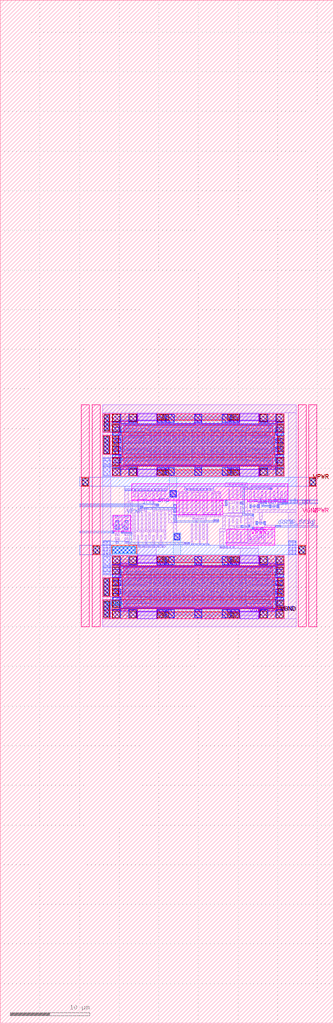
<source format=lef>
VERSION 5.7 ;
  NOWIREEXTENSIONATPIN ON ;
  DIVIDERCHAR "/" ;
  BUSBITCHARS "[]" ;
MACRO adc_comp_latch
  CLASS BLOCK ;
  FOREIGN adc_comp_latch ;
  ORIGIN 0.000 0.000 ;
  SIZE 42.000 BY 129.000 ;
  PIN VPWR
    DIRECTION INOUT ;
    USE POWER ;
    PORT
      LAYER nwell ;
        RECT 28.380 68.020 36.290 68.040 ;
        RECT 16.590 66.000 36.290 68.020 ;
        RECT 16.590 65.910 28.050 66.000 ;
        RECT 19.220 65.900 20.430 65.910 ;
        RECT 22.260 64.160 28.050 65.910 ;
        RECT 31.240 65.760 36.290 66.000 ;
        RECT 14.230 62.070 16.440 64.060 ;
        RECT 32.040 62.300 34.610 62.560 ;
        RECT 28.560 60.280 34.610 62.300 ;
      LAYER li1 ;
        RECT 28.390 67.650 31.130 68.140 ;
        RECT 31.680 67.690 35.910 67.860 ;
        RECT 15.700 67.190 21.060 67.430 ;
        RECT 23.280 67.240 26.900 67.480 ;
        RECT 15.700 64.060 16.130 67.190 ;
        RECT 16.840 67.100 20.850 67.190 ;
        RECT 16.840 66.390 17.010 67.100 ;
        RECT 17.800 66.390 17.970 67.100 ;
        RECT 18.760 66.390 18.930 67.100 ;
        RECT 19.720 66.390 19.890 67.100 ;
        RECT 20.680 66.390 20.850 67.100 ;
        RECT 24.960 67.070 25.410 67.240 ;
        RECT 24.110 66.900 26.200 67.070 ;
        RECT 24.110 64.640 24.280 66.900 ;
        RECT 25.070 64.640 25.240 66.900 ;
        RECT 26.030 64.640 26.200 66.900 ;
        RECT 29.280 66.290 29.450 67.650 ;
        RECT 30.240 66.290 30.410 67.650 ;
        RECT 14.100 63.860 16.130 64.060 ;
        RECT 14.100 62.940 14.280 63.860 ;
        RECT 14.540 63.700 14.960 63.860 ;
        RECT 15.230 62.940 15.450 63.860 ;
        RECT 15.710 63.700 16.130 63.860 ;
        RECT 14.100 62.750 14.980 62.940 ;
        RECT 15.230 62.750 16.150 62.940 ;
        RECT 29.280 60.650 29.450 62.010 ;
        RECT 30.240 60.650 30.410 62.010 ;
        RECT 30.850 60.650 31.130 67.650 ;
        RECT 32.440 66.250 32.610 67.690 ;
        RECT 34.920 66.250 35.090 67.690 ;
        RECT 28.400 60.630 31.130 60.650 ;
        RECT 33.240 60.630 33.410 62.070 ;
        RECT 28.400 60.460 34.230 60.630 ;
      LAYER mcon ;
        RECT 28.860 67.860 29.040 68.040 ;
        RECT 29.240 67.860 29.420 68.040 ;
        RECT 29.620 67.860 29.800 68.040 ;
        RECT 30.000 67.860 30.180 68.040 ;
        RECT 30.380 67.860 30.560 68.040 ;
        RECT 30.760 67.860 30.940 68.040 ;
        RECT 15.760 67.220 15.930 67.400 ;
        RECT 16.150 67.220 16.320 67.400 ;
        RECT 16.510 67.220 16.680 67.400 ;
        RECT 16.930 67.220 17.100 67.390 ;
        RECT 17.350 67.220 17.520 67.390 ;
        RECT 17.770 67.220 17.940 67.390 ;
        RECT 18.190 67.220 18.360 67.390 ;
        RECT 18.610 67.220 18.780 67.390 ;
        RECT 19.030 67.220 19.200 67.390 ;
        RECT 19.450 67.220 19.620 67.390 ;
        RECT 19.870 67.220 20.040 67.390 ;
        RECT 20.290 67.220 20.460 67.390 ;
        RECT 20.740 67.220 20.910 67.390 ;
        RECT 23.470 67.270 23.640 67.440 ;
        RECT 23.890 67.270 24.060 67.440 ;
        RECT 24.310 67.270 24.480 67.440 ;
        RECT 24.730 67.270 24.900 67.440 ;
        RECT 25.150 67.270 25.320 67.440 ;
        RECT 25.570 67.270 25.740 67.440 ;
        RECT 25.990 67.270 26.160 67.440 ;
        RECT 26.410 67.270 26.580 67.440 ;
        RECT 14.660 63.890 14.840 64.060 ;
        RECT 15.830 63.890 16.010 64.060 ;
      LAYER met1 ;
        RECT 10.000 67.700 39.920 68.850 ;
        RECT 15.700 67.190 21.060 67.700 ;
        RECT 23.280 67.240 26.900 67.700 ;
        RECT 14.500 63.860 14.990 64.090 ;
        RECT 15.670 63.860 16.160 64.090 ;
      LAYER via ;
        RECT 10.320 67.790 11.120 68.740 ;
        RECT 39.020 67.790 39.820 68.740 ;
      LAYER met2 ;
        RECT 10.230 67.700 11.230 68.850 ;
        RECT 38.920 67.700 39.920 68.850 ;
      LAYER via2 ;
        RECT 10.320 67.790 11.120 68.740 ;
        RECT 39.020 67.790 39.820 68.740 ;
      LAYER met3 ;
        RECT 10.230 67.700 11.230 68.850 ;
        RECT 38.920 67.700 39.920 68.850 ;
      LAYER via3 ;
        RECT 10.320 67.790 11.120 68.740 ;
        RECT 39.020 67.790 39.820 68.740 ;
      LAYER met4 ;
        RECT 10.230 50.000 11.230 77.980 ;
        RECT 38.920 50.000 39.920 77.980 ;
    END
  END VPWR
  PIN VGND
    DIRECTION INOUT ;
    USE GROUND ;
    PORT
      LAYER pwell ;
        RECT 17.320 75.990 19.720 76.890 ;
        RECT 30.220 75.990 32.620 76.890 ;
        RECT 15.020 75.590 21.270 75.990 ;
        RECT 24.520 75.590 25.420 75.990 ;
        RECT 28.670 75.590 34.920 75.990 ;
        RECT 15.020 70.290 34.920 75.590 ;
        RECT 15.020 69.890 21.270 70.290 ;
        RECT 24.520 69.890 25.420 70.290 ;
        RECT 28.670 69.890 34.920 70.290 ;
        RECT 17.320 68.990 19.720 69.890 ;
        RECT 30.220 68.990 32.620 69.890 ;
        RECT 17.320 58.040 19.720 58.940 ;
        RECT 30.220 58.040 32.620 58.940 ;
        RECT 15.020 57.640 21.270 58.040 ;
        RECT 24.520 57.640 25.420 58.040 ;
        RECT 28.670 57.640 34.920 58.040 ;
        RECT 15.020 52.340 34.920 57.640 ;
        RECT 15.020 51.940 21.270 52.340 ;
        RECT 24.520 51.940 25.420 52.340 ;
        RECT 28.670 51.940 34.920 52.340 ;
        RECT 17.320 51.040 19.720 51.940 ;
        RECT 30.220 51.040 32.620 51.940 ;
      LAYER li1 ;
        RECT 12.940 76.990 37.330 77.980 ;
        RECT 12.940 74.540 14.120 76.990 ;
        RECT 17.370 76.490 19.670 76.990 ;
        RECT 30.270 76.490 32.570 76.990 ;
        RECT 14.520 76.090 35.420 76.490 ;
        RECT 12.940 50.990 13.930 74.540 ;
        RECT 14.520 69.790 14.920 76.090 ;
        RECT 17.370 76.040 19.670 76.090 ;
        RECT 30.270 76.040 32.570 76.090 ;
        RECT 15.720 74.890 34.220 75.490 ;
        RECT 18.320 74.290 18.670 74.890 ;
        RECT 16.070 74.090 18.670 74.290 ;
        RECT 18.320 73.490 18.670 74.090 ;
        RECT 16.070 73.290 18.670 73.490 ;
        RECT 19.270 73.390 19.470 74.890 ;
        RECT 20.070 73.390 20.270 74.890 ;
        RECT 20.870 73.390 21.070 74.890 ;
        RECT 21.670 73.390 21.870 74.890 ;
        RECT 22.470 73.390 22.670 74.890 ;
        RECT 23.270 73.390 23.470 74.890 ;
        RECT 24.070 73.390 24.270 74.890 ;
        RECT 24.870 73.390 25.070 74.890 ;
        RECT 25.670 73.390 25.870 74.890 ;
        RECT 26.470 73.390 26.670 74.890 ;
        RECT 27.270 73.390 27.470 74.890 ;
        RECT 28.070 73.390 28.270 74.890 ;
        RECT 28.870 73.390 29.070 74.890 ;
        RECT 29.670 73.390 29.870 74.890 ;
        RECT 30.470 73.390 30.670 74.890 ;
        RECT 31.270 74.290 31.620 74.890 ;
        RECT 31.270 74.090 33.870 74.290 ;
        RECT 31.270 73.490 31.620 74.090 ;
        RECT 31.270 73.290 33.820 73.490 ;
        RECT 16.070 72.390 18.670 72.590 ;
        RECT 18.320 71.790 18.670 72.390 ;
        RECT 16.070 71.590 18.670 71.790 ;
        RECT 18.320 70.990 18.670 71.590 ;
        RECT 19.270 70.990 19.470 72.490 ;
        RECT 20.070 70.990 20.270 72.490 ;
        RECT 20.870 70.990 21.070 72.490 ;
        RECT 21.670 70.990 21.870 72.490 ;
        RECT 22.470 70.990 22.670 72.490 ;
        RECT 23.270 70.990 23.470 72.490 ;
        RECT 24.070 70.990 24.270 72.490 ;
        RECT 24.870 70.990 25.070 72.490 ;
        RECT 25.670 70.990 25.870 72.490 ;
        RECT 26.470 70.990 26.670 72.490 ;
        RECT 27.270 70.990 27.470 72.490 ;
        RECT 28.070 70.990 28.270 72.490 ;
        RECT 28.870 70.990 29.070 72.490 ;
        RECT 29.670 70.990 29.870 72.490 ;
        RECT 30.470 70.990 30.670 72.490 ;
        RECT 31.270 72.390 33.820 72.590 ;
        RECT 31.270 71.790 31.620 72.390 ;
        RECT 31.270 71.590 33.870 71.790 ;
        RECT 31.270 70.990 31.620 71.590 ;
        RECT 15.720 70.390 34.220 70.990 ;
        RECT 17.370 69.790 19.670 69.840 ;
        RECT 30.270 69.790 32.570 69.840 ;
        RECT 35.020 69.790 35.420 76.090 ;
        RECT 14.520 69.390 35.420 69.790 ;
        RECT 17.370 68.990 19.670 69.390 ;
        RECT 30.270 68.990 32.570 69.390 ;
        RECT 29.280 64.410 29.450 65.200 ;
        RECT 30.240 64.410 30.410 65.200 ;
        RECT 31.960 64.740 32.130 65.440 ;
        RECT 34.440 64.740 34.610 65.440 ;
        RECT 36.340 64.740 37.330 76.990 ;
        RECT 31.830 64.480 37.330 64.740 ;
        RECT 28.740 64.320 30.520 64.410 ;
        RECT 28.060 63.980 30.520 64.320 ;
        RECT 14.520 61.060 14.980 61.230 ;
        RECT 15.690 61.060 16.150 61.230 ;
        RECT 14.540 60.530 14.960 61.060 ;
        RECT 15.710 60.530 16.130 61.060 ;
        RECT 17.320 60.310 17.490 61.570 ;
        RECT 18.280 60.310 18.450 61.560 ;
        RECT 19.240 60.310 19.410 61.560 ;
        RECT 20.200 60.310 20.370 61.560 ;
        RECT 24.110 60.450 24.280 63.030 ;
        RECT 25.070 60.450 25.240 63.030 ;
        RECT 26.030 60.450 26.200 63.030 ;
        RECT 28.060 62.350 28.400 63.980 ;
        RECT 28.740 63.890 30.520 63.980 ;
        RECT 29.280 63.100 29.450 63.890 ;
        RECT 30.240 63.100 30.410 63.890 ;
        RECT 32.640 63.590 33.070 64.480 ;
        RECT 32.760 62.880 32.930 63.590 ;
        RECT 27.710 62.010 28.400 62.350 ;
        RECT 17.320 60.240 20.370 60.310 ;
        RECT 24.080 60.260 26.340 60.450 ;
        RECT 27.710 60.260 28.110 62.010 ;
        RECT 16.750 60.030 20.840 60.240 ;
        RECT 17.370 58.540 19.670 60.030 ;
        RECT 27.710 59.910 32.570 60.260 ;
        RECT 30.270 58.540 32.570 59.910 ;
        RECT 14.520 58.140 35.420 58.540 ;
        RECT 14.520 51.840 14.920 58.140 ;
        RECT 17.370 58.090 19.670 58.140 ;
        RECT 30.270 58.090 32.570 58.140 ;
        RECT 15.720 56.940 34.220 57.540 ;
        RECT 18.320 56.340 18.670 56.940 ;
        RECT 16.070 56.140 18.670 56.340 ;
        RECT 18.320 55.540 18.670 56.140 ;
        RECT 16.070 55.340 18.670 55.540 ;
        RECT 19.270 55.440 19.470 56.940 ;
        RECT 20.070 55.440 20.270 56.940 ;
        RECT 20.870 55.440 21.070 56.940 ;
        RECT 21.670 55.440 21.870 56.940 ;
        RECT 22.470 55.440 22.670 56.940 ;
        RECT 23.270 55.440 23.470 56.940 ;
        RECT 24.070 55.440 24.270 56.940 ;
        RECT 24.870 55.440 25.070 56.940 ;
        RECT 25.670 55.440 25.870 56.940 ;
        RECT 26.470 55.440 26.670 56.940 ;
        RECT 27.270 55.440 27.470 56.940 ;
        RECT 28.070 55.440 28.270 56.940 ;
        RECT 28.870 55.440 29.070 56.940 ;
        RECT 29.670 55.440 29.870 56.940 ;
        RECT 30.470 55.440 30.670 56.940 ;
        RECT 31.270 56.340 31.620 56.940 ;
        RECT 31.270 56.140 33.870 56.340 ;
        RECT 31.270 55.540 31.620 56.140 ;
        RECT 31.270 55.340 33.820 55.540 ;
        RECT 16.070 54.440 18.670 54.640 ;
        RECT 18.320 53.840 18.670 54.440 ;
        RECT 16.070 53.640 18.670 53.840 ;
        RECT 18.320 53.040 18.670 53.640 ;
        RECT 19.270 53.040 19.470 54.540 ;
        RECT 20.070 53.040 20.270 54.540 ;
        RECT 20.870 53.040 21.070 54.540 ;
        RECT 21.670 53.040 21.870 54.540 ;
        RECT 22.470 53.040 22.670 54.540 ;
        RECT 23.270 53.040 23.470 54.540 ;
        RECT 24.070 53.040 24.270 54.540 ;
        RECT 24.870 53.040 25.070 54.540 ;
        RECT 25.670 53.040 25.870 54.540 ;
        RECT 26.470 53.040 26.670 54.540 ;
        RECT 27.270 53.040 27.470 54.540 ;
        RECT 28.070 53.040 28.270 54.540 ;
        RECT 28.870 53.040 29.070 54.540 ;
        RECT 29.670 53.040 29.870 54.540 ;
        RECT 30.470 53.040 30.670 54.540 ;
        RECT 31.270 54.440 33.820 54.640 ;
        RECT 31.270 53.840 31.620 54.440 ;
        RECT 31.270 53.640 33.870 53.840 ;
        RECT 31.270 53.040 31.620 53.640 ;
        RECT 15.720 52.440 34.220 53.040 ;
        RECT 17.370 51.840 19.670 51.890 ;
        RECT 30.270 51.840 32.570 51.890 ;
        RECT 35.020 51.840 35.420 58.140 ;
        RECT 14.520 51.440 35.420 51.840 ;
        RECT 17.370 50.990 19.670 51.440 ;
        RECT 30.270 50.990 32.570 51.440 ;
        RECT 36.340 50.990 37.330 64.480 ;
        RECT 12.940 50.000 37.330 50.990 ;
      LAYER mcon ;
        RECT 13.120 74.740 13.770 76.740 ;
        RECT 13.040 71.840 13.720 74.040 ;
        RECT 13.040 69.090 13.820 71.240 ;
        RECT 15.820 74.990 16.420 75.490 ;
        RECT 16.620 74.990 17.220 75.490 ;
        RECT 17.420 74.990 18.020 75.490 ;
        RECT 18.220 74.990 18.820 75.490 ;
        RECT 31.120 74.990 31.720 75.490 ;
        RECT 31.920 74.990 32.520 75.490 ;
        RECT 32.720 74.990 33.320 75.490 ;
        RECT 33.520 74.990 34.120 75.490 ;
        RECT 15.820 70.390 16.420 70.890 ;
        RECT 16.620 70.390 17.220 70.890 ;
        RECT 17.420 70.390 18.020 70.890 ;
        RECT 18.220 70.390 18.820 70.890 ;
        RECT 31.120 70.390 31.720 70.890 ;
        RECT 31.920 70.390 32.520 70.890 ;
        RECT 32.720 70.390 33.320 70.890 ;
        RECT 33.520 70.390 34.120 70.890 ;
        RECT 13.020 60.610 13.190 60.780 ;
        RECT 13.380 60.610 13.550 60.780 ;
        RECT 13.740 60.610 13.910 60.780 ;
        RECT 14.660 60.560 14.840 60.730 ;
        RECT 15.830 60.560 16.010 60.730 ;
        RECT 13.020 60.250 13.190 60.420 ;
        RECT 13.380 60.250 13.550 60.420 ;
        RECT 13.740 60.250 13.910 60.420 ;
        RECT 24.200 60.270 24.380 60.450 ;
        RECT 24.660 60.270 24.840 60.450 ;
        RECT 25.120 60.270 25.300 60.450 ;
        RECT 25.580 60.270 25.760 60.450 ;
        RECT 26.040 60.270 26.220 60.450 ;
        RECT 36.410 60.610 36.580 60.780 ;
        RECT 36.770 60.610 36.940 60.780 ;
        RECT 37.130 60.610 37.300 60.780 ;
        RECT 13.020 59.890 13.190 60.060 ;
        RECT 13.380 59.890 13.550 60.060 ;
        RECT 13.740 59.890 13.910 60.060 ;
        RECT 16.870 60.050 17.050 60.230 ;
        RECT 17.460 60.050 17.640 60.230 ;
        RECT 18.050 60.050 18.230 60.230 ;
        RECT 18.640 60.050 18.820 60.230 ;
        RECT 19.230 60.050 19.410 60.230 ;
        RECT 19.820 60.050 20.000 60.230 ;
        RECT 20.410 60.050 20.590 60.230 ;
        RECT 13.020 59.530 13.190 59.700 ;
        RECT 13.380 59.530 13.550 59.700 ;
        RECT 13.740 59.530 13.910 59.700 ;
        RECT 13.010 59.170 13.180 59.340 ;
        RECT 13.370 59.170 13.540 59.340 ;
        RECT 13.730 59.170 13.900 59.340 ;
        RECT 13.030 56.690 13.820 58.840 ;
        RECT 27.750 59.980 27.930 60.160 ;
        RECT 28.120 59.990 28.300 60.170 ;
        RECT 28.520 59.990 28.700 60.170 ;
        RECT 28.920 59.990 29.100 60.170 ;
        RECT 29.320 59.990 29.500 60.170 ;
        RECT 36.410 60.250 36.580 60.420 ;
        RECT 36.770 60.250 36.940 60.420 ;
        RECT 37.130 60.250 37.300 60.420 ;
        RECT 36.410 59.890 36.580 60.060 ;
        RECT 36.770 59.890 36.940 60.060 ;
        RECT 37.130 59.890 37.300 60.060 ;
        RECT 36.410 59.530 36.580 59.700 ;
        RECT 36.770 59.530 36.940 59.700 ;
        RECT 37.130 59.530 37.300 59.700 ;
        RECT 36.410 59.170 36.580 59.340 ;
        RECT 36.770 59.170 36.940 59.340 ;
        RECT 37.130 59.170 37.300 59.340 ;
        RECT 13.070 53.890 13.720 56.090 ;
        RECT 13.070 51.190 13.870 53.240 ;
        RECT 15.820 57.040 16.420 57.540 ;
        RECT 16.620 57.040 17.220 57.540 ;
        RECT 17.420 57.040 18.020 57.540 ;
        RECT 18.220 57.040 18.820 57.540 ;
        RECT 31.120 57.040 31.720 57.540 ;
        RECT 31.920 57.040 32.520 57.540 ;
        RECT 32.720 57.040 33.320 57.540 ;
        RECT 33.520 57.040 34.120 57.540 ;
        RECT 15.820 52.440 16.420 52.940 ;
        RECT 16.620 52.440 17.220 52.940 ;
        RECT 17.420 52.440 18.020 52.940 ;
        RECT 18.220 52.440 18.820 52.940 ;
        RECT 31.120 52.440 31.720 52.940 ;
        RECT 31.920 52.440 32.520 52.940 ;
        RECT 32.720 52.440 33.320 52.940 ;
        RECT 33.520 52.440 34.120 52.940 ;
      LAYER met1 ;
        RECT 12.940 75.690 17.320 76.890 ;
        RECT 32.620 75.690 35.820 76.890 ;
        RECT 12.940 75.540 16.420 75.690 ;
        RECT 33.520 75.540 35.820 75.690 ;
        RECT 12.940 75.390 24.520 75.540 ;
        RECT 25.420 75.390 35.820 75.540 ;
        RECT 12.940 74.940 18.920 75.390 ;
        RECT 31.020 74.940 35.820 75.390 ;
        RECT 12.940 74.540 15.320 74.940 ;
        RECT 15.770 74.890 24.520 74.940 ;
        RECT 12.940 71.740 13.820 74.140 ;
        RECT 14.120 74.040 15.320 74.540 ;
        RECT 15.920 73.540 16.070 74.890 ;
        RECT 16.520 73.540 16.670 74.890 ;
        RECT 17.120 73.540 17.270 74.890 ;
        RECT 17.720 73.540 17.870 74.890 ;
        RECT 18.320 74.790 24.520 74.890 ;
        RECT 25.420 74.890 34.170 74.940 ;
        RECT 25.420 74.790 31.620 74.890 ;
        RECT 18.320 74.340 18.920 74.790 ;
        RECT 31.020 74.340 31.620 74.790 ;
        RECT 18.320 74.190 24.520 74.340 ;
        RECT 25.420 74.190 31.620 74.340 ;
        RECT 18.320 73.740 18.920 74.190 ;
        RECT 31.020 73.740 31.620 74.190 ;
        RECT 18.320 73.590 24.520 73.740 ;
        RECT 25.420 73.590 31.620 73.740 ;
        RECT 18.320 73.390 18.920 73.590 ;
        RECT 31.020 73.390 31.620 73.590 ;
        RECT 32.070 73.540 32.220 74.890 ;
        RECT 32.670 73.540 32.820 74.890 ;
        RECT 33.270 73.540 33.420 74.890 ;
        RECT 33.870 73.540 34.020 74.890 ;
        RECT 34.620 74.040 35.820 74.940 ;
        RECT 14.120 71.340 15.320 71.840 ;
        RECT 12.940 70.940 15.320 71.340 ;
        RECT 15.920 70.990 16.070 72.290 ;
        RECT 16.520 70.990 16.670 72.290 ;
        RECT 17.120 70.990 17.270 72.290 ;
        RECT 17.720 70.990 17.870 72.290 ;
        RECT 18.320 72.140 24.520 72.290 ;
        RECT 25.420 72.140 31.620 72.290 ;
        RECT 18.320 71.690 18.920 72.140 ;
        RECT 31.020 71.690 31.620 72.140 ;
        RECT 18.320 71.540 24.520 71.690 ;
        RECT 25.420 71.540 31.620 71.690 ;
        RECT 18.320 71.090 18.920 71.540 ;
        RECT 31.020 71.090 31.620 71.540 ;
        RECT 18.320 70.990 24.520 71.090 ;
        RECT 15.770 70.940 24.520 70.990 ;
        RECT 25.420 70.990 31.620 71.090 ;
        RECT 32.070 70.990 32.220 72.290 ;
        RECT 32.670 70.990 32.820 72.290 ;
        RECT 33.270 70.990 33.420 72.290 ;
        RECT 33.870 70.990 34.020 72.290 ;
        RECT 25.420 70.940 34.170 70.990 ;
        RECT 34.620 70.940 35.820 71.840 ;
        RECT 12.940 70.490 18.920 70.940 ;
        RECT 31.020 70.490 35.820 70.940 ;
        RECT 12.940 70.340 24.520 70.490 ;
        RECT 25.420 70.340 35.820 70.490 ;
        RECT 12.940 70.190 16.420 70.340 ;
        RECT 33.520 70.190 35.820 70.340 ;
        RECT 12.940 68.990 17.320 70.190 ;
        RECT 32.620 68.990 35.820 70.190 ;
        RECT 12.940 60.780 13.940 60.880 ;
        RECT 12.940 60.260 16.210 60.780 ;
        RECT 24.080 60.260 26.340 60.480 ;
        RECT 36.340 60.260 37.330 60.880 ;
        RECT 10.000 59.100 38.570 60.260 ;
        RECT 12.930 57.740 17.320 58.940 ;
        RECT 32.620 57.740 35.820 58.940 ;
        RECT 12.930 57.590 16.420 57.740 ;
        RECT 33.520 57.590 35.820 57.740 ;
        RECT 12.930 57.440 24.520 57.590 ;
        RECT 25.420 57.440 35.820 57.590 ;
        RECT 12.930 56.990 18.920 57.440 ;
        RECT 31.020 56.990 35.820 57.440 ;
        RECT 12.930 56.590 15.320 56.990 ;
        RECT 15.770 56.940 24.520 56.990 ;
        RECT 12.940 53.790 13.820 56.190 ;
        RECT 14.120 56.090 15.320 56.590 ;
        RECT 15.920 55.590 16.070 56.940 ;
        RECT 16.520 55.590 16.670 56.940 ;
        RECT 17.120 55.590 17.270 56.940 ;
        RECT 17.720 55.590 17.870 56.940 ;
        RECT 18.320 56.840 24.520 56.940 ;
        RECT 25.420 56.940 34.170 56.990 ;
        RECT 25.420 56.840 31.620 56.940 ;
        RECT 18.320 56.390 18.920 56.840 ;
        RECT 31.020 56.390 31.620 56.840 ;
        RECT 18.320 56.240 24.520 56.390 ;
        RECT 25.420 56.240 31.620 56.390 ;
        RECT 18.320 55.790 18.920 56.240 ;
        RECT 31.020 55.790 31.620 56.240 ;
        RECT 18.320 55.640 24.520 55.790 ;
        RECT 25.420 55.640 31.620 55.790 ;
        RECT 18.320 55.440 18.920 55.640 ;
        RECT 31.020 55.440 31.620 55.640 ;
        RECT 32.070 55.590 32.220 56.940 ;
        RECT 32.670 55.590 32.820 56.940 ;
        RECT 33.270 55.590 33.420 56.940 ;
        RECT 33.870 55.590 34.020 56.940 ;
        RECT 34.620 56.090 35.820 56.990 ;
        RECT 14.120 53.390 15.320 53.890 ;
        RECT 12.940 52.990 15.320 53.390 ;
        RECT 15.920 53.040 16.070 54.340 ;
        RECT 16.520 53.040 16.670 54.340 ;
        RECT 17.120 53.040 17.270 54.340 ;
        RECT 17.720 53.040 17.870 54.340 ;
        RECT 18.320 54.190 24.520 54.340 ;
        RECT 25.420 54.190 31.620 54.340 ;
        RECT 18.320 53.740 18.920 54.190 ;
        RECT 31.020 53.740 31.620 54.190 ;
        RECT 18.320 53.590 24.520 53.740 ;
        RECT 25.420 53.590 31.620 53.740 ;
        RECT 18.320 53.140 18.920 53.590 ;
        RECT 31.020 53.140 31.620 53.590 ;
        RECT 18.320 53.040 24.520 53.140 ;
        RECT 15.770 52.990 24.520 53.040 ;
        RECT 25.420 53.040 31.620 53.140 ;
        RECT 32.070 53.040 32.220 54.340 ;
        RECT 32.670 53.040 32.820 54.340 ;
        RECT 33.270 53.040 33.420 54.340 ;
        RECT 33.870 53.040 34.020 54.340 ;
        RECT 25.420 52.990 34.170 53.040 ;
        RECT 34.620 52.990 35.820 53.890 ;
        RECT 12.940 52.540 18.920 52.990 ;
        RECT 31.020 52.540 35.820 52.990 ;
        RECT 12.940 52.390 24.520 52.540 ;
        RECT 25.420 52.390 35.820 52.540 ;
        RECT 12.940 52.240 16.420 52.390 ;
        RECT 33.520 52.240 35.820 52.390 ;
        RECT 12.940 51.040 17.320 52.240 ;
        RECT 32.620 51.040 35.820 52.240 ;
      LAYER via ;
        RECT 13.120 74.740 13.770 76.740 ;
        RECT 14.220 75.790 15.220 76.790 ;
        RECT 16.220 75.790 17.220 76.790 ;
        RECT 32.720 75.790 33.720 76.790 ;
        RECT 34.720 75.790 35.720 76.790 ;
        RECT 14.220 74.190 15.220 75.190 ;
        RECT 13.040 71.840 13.720 74.040 ;
        RECT 34.720 74.190 35.720 75.190 ;
        RECT 14.220 70.690 15.220 71.690 ;
        RECT 34.720 70.690 35.720 71.690 ;
        RECT 14.220 69.090 15.220 70.090 ;
        RECT 16.220 69.090 17.220 70.090 ;
        RECT 32.720 69.090 33.720 70.090 ;
        RECT 34.720 69.090 35.720 70.090 ;
        RECT 11.720 59.190 12.520 60.140 ;
        RECT 14.220 59.290 17.000 60.120 ;
        RECT 37.670 59.190 38.470 60.140 ;
        RECT 14.220 57.840 15.220 58.840 ;
        RECT 16.220 57.840 17.220 58.840 ;
        RECT 32.720 57.840 33.720 58.840 ;
        RECT 34.720 57.840 35.720 58.840 ;
        RECT 14.220 56.240 15.220 57.240 ;
        RECT 13.070 53.890 13.720 56.090 ;
        RECT 34.720 56.240 35.720 57.240 ;
        RECT 13.070 51.190 13.730 53.240 ;
        RECT 14.220 52.740 15.220 53.740 ;
        RECT 34.720 52.740 35.720 53.740 ;
        RECT 14.220 51.140 15.220 52.140 ;
        RECT 16.220 51.140 17.220 52.140 ;
        RECT 32.720 51.140 33.720 52.140 ;
        RECT 34.720 51.140 35.720 52.140 ;
      LAYER met2 ;
        RECT 12.940 75.690 17.320 76.890 ;
        RECT 32.620 75.690 35.820 76.890 ;
        RECT 12.940 74.740 16.070 75.690 ;
        RECT 33.870 74.740 35.820 75.690 ;
        RECT 12.940 74.590 18.070 74.740 ;
        RECT 12.940 74.540 16.070 74.590 ;
        RECT 14.120 74.140 16.070 74.540 ;
        RECT 12.940 71.740 13.820 74.140 ;
        RECT 14.120 74.040 18.070 74.140 ;
        RECT 15.520 73.990 18.070 74.040 ;
        RECT 15.520 73.390 16.070 73.990 ;
        RECT 15.520 73.090 18.070 73.390 ;
        RECT 18.670 73.090 18.820 74.740 ;
        RECT 19.270 73.090 19.420 74.740 ;
        RECT 19.870 73.090 20.020 74.740 ;
        RECT 20.470 73.090 20.620 74.740 ;
        RECT 21.070 73.090 21.220 74.740 ;
        RECT 21.670 73.090 21.820 74.740 ;
        RECT 22.270 73.090 22.420 74.740 ;
        RECT 22.870 73.090 23.020 74.740 ;
        RECT 23.470 73.090 23.620 74.740 ;
        RECT 24.070 73.090 24.220 74.740 ;
        RECT 24.670 73.090 25.270 74.740 ;
        RECT 25.720 73.090 25.870 74.740 ;
        RECT 26.320 73.090 26.470 74.740 ;
        RECT 26.920 73.090 27.070 74.740 ;
        RECT 27.520 73.090 27.670 74.740 ;
        RECT 28.120 73.090 28.270 74.740 ;
        RECT 28.720 73.090 28.870 74.740 ;
        RECT 29.320 73.090 29.470 74.740 ;
        RECT 29.920 73.090 30.070 74.740 ;
        RECT 30.520 73.090 30.670 74.740 ;
        RECT 31.120 73.090 31.270 74.740 ;
        RECT 31.870 74.590 35.820 74.740 ;
        RECT 33.870 74.140 35.820 74.590 ;
        RECT 31.870 74.040 35.820 74.140 ;
        RECT 31.870 73.990 34.420 74.040 ;
        RECT 33.870 73.390 34.420 73.990 ;
        RECT 31.870 73.090 34.420 73.390 ;
        RECT 15.520 72.790 34.420 73.090 ;
        RECT 15.520 72.340 18.070 72.790 ;
        RECT 15.520 71.890 16.070 72.340 ;
        RECT 15.520 71.840 18.070 71.890 ;
        RECT 14.120 71.740 18.070 71.840 ;
        RECT 14.120 71.290 16.070 71.740 ;
        RECT 14.120 71.140 18.070 71.290 ;
        RECT 18.670 71.140 18.820 72.790 ;
        RECT 19.270 71.140 19.420 72.790 ;
        RECT 19.870 71.140 20.020 72.790 ;
        RECT 20.470 71.140 20.620 72.790 ;
        RECT 21.070 71.140 21.220 72.790 ;
        RECT 21.670 71.140 21.820 72.790 ;
        RECT 22.270 71.140 22.420 72.790 ;
        RECT 22.870 71.140 23.020 72.790 ;
        RECT 23.470 71.140 23.620 72.790 ;
        RECT 24.070 71.140 24.220 72.790 ;
        RECT 24.670 71.140 25.270 72.790 ;
        RECT 25.720 71.140 25.870 72.790 ;
        RECT 26.320 71.140 26.470 72.790 ;
        RECT 26.920 71.140 27.070 72.790 ;
        RECT 27.520 71.140 27.670 72.790 ;
        RECT 28.120 71.140 28.270 72.790 ;
        RECT 28.720 71.140 28.870 72.790 ;
        RECT 29.320 71.140 29.470 72.790 ;
        RECT 29.920 71.140 30.070 72.790 ;
        RECT 30.520 71.140 30.670 72.790 ;
        RECT 31.120 71.140 31.270 72.790 ;
        RECT 31.870 72.340 34.420 72.790 ;
        RECT 33.870 71.890 34.420 72.340 ;
        RECT 31.870 71.840 34.420 71.890 ;
        RECT 31.870 71.740 35.820 71.840 ;
        RECT 33.870 71.290 35.820 71.740 ;
        RECT 31.870 71.140 35.820 71.290 ;
        RECT 14.120 70.190 16.070 71.140 ;
        RECT 33.870 70.190 35.820 71.140 ;
        RECT 14.120 68.990 17.320 70.190 ;
        RECT 32.620 68.990 35.820 70.190 ;
        RECT 11.610 59.100 12.610 60.260 ;
        RECT 14.080 59.260 17.230 60.260 ;
        RECT 14.120 58.940 17.270 59.260 ;
        RECT 37.570 59.100 38.570 60.260 ;
        RECT 14.120 57.740 17.320 58.940 ;
        RECT 32.620 57.740 35.820 58.940 ;
        RECT 14.120 56.790 16.070 57.740 ;
        RECT 33.870 56.790 35.820 57.740 ;
        RECT 14.120 56.640 18.070 56.790 ;
        RECT 14.120 56.190 16.070 56.640 ;
        RECT 12.940 53.790 13.820 56.190 ;
        RECT 14.120 56.090 18.070 56.190 ;
        RECT 15.520 56.040 18.070 56.090 ;
        RECT 15.520 55.440 16.070 56.040 ;
        RECT 15.520 55.140 18.070 55.440 ;
        RECT 18.670 55.140 18.820 56.790 ;
        RECT 19.270 55.140 19.420 56.790 ;
        RECT 19.870 55.140 20.020 56.790 ;
        RECT 20.470 55.140 20.620 56.790 ;
        RECT 21.070 55.140 21.220 56.790 ;
        RECT 21.670 55.140 21.820 56.790 ;
        RECT 22.270 55.140 22.420 56.790 ;
        RECT 22.870 55.140 23.020 56.790 ;
        RECT 23.470 55.140 23.620 56.790 ;
        RECT 24.070 55.140 24.220 56.790 ;
        RECT 24.670 55.140 25.270 56.790 ;
        RECT 25.720 55.140 25.870 56.790 ;
        RECT 26.320 55.140 26.470 56.790 ;
        RECT 26.920 55.140 27.070 56.790 ;
        RECT 27.520 55.140 27.670 56.790 ;
        RECT 28.120 55.140 28.270 56.790 ;
        RECT 28.720 55.140 28.870 56.790 ;
        RECT 29.320 55.140 29.470 56.790 ;
        RECT 29.920 55.140 30.070 56.790 ;
        RECT 30.520 55.140 30.670 56.790 ;
        RECT 31.120 55.140 31.270 56.790 ;
        RECT 31.870 56.640 35.820 56.790 ;
        RECT 33.870 56.190 35.820 56.640 ;
        RECT 31.870 56.090 35.820 56.190 ;
        RECT 31.870 56.040 34.420 56.090 ;
        RECT 33.870 55.440 34.420 56.040 ;
        RECT 31.870 55.140 34.420 55.440 ;
        RECT 15.520 54.840 34.420 55.140 ;
        RECT 15.520 54.390 18.070 54.840 ;
        RECT 15.520 53.940 16.070 54.390 ;
        RECT 15.520 53.890 18.070 53.940 ;
        RECT 14.120 53.790 18.070 53.890 ;
        RECT 14.120 53.390 16.070 53.790 ;
        RECT 12.940 53.340 16.070 53.390 ;
        RECT 12.940 53.190 18.070 53.340 ;
        RECT 18.670 53.190 18.820 54.840 ;
        RECT 19.270 53.190 19.420 54.840 ;
        RECT 19.870 53.190 20.020 54.840 ;
        RECT 20.470 53.190 20.620 54.840 ;
        RECT 21.070 53.190 21.220 54.840 ;
        RECT 21.670 53.190 21.820 54.840 ;
        RECT 22.270 53.190 22.420 54.840 ;
        RECT 22.870 53.190 23.020 54.840 ;
        RECT 23.470 53.190 23.620 54.840 ;
        RECT 24.070 53.190 24.220 54.840 ;
        RECT 24.670 53.190 25.270 54.840 ;
        RECT 25.720 53.190 25.870 54.840 ;
        RECT 26.320 53.190 26.470 54.840 ;
        RECT 26.920 53.190 27.070 54.840 ;
        RECT 27.520 53.190 27.670 54.840 ;
        RECT 28.120 53.190 28.270 54.840 ;
        RECT 28.720 53.190 28.870 54.840 ;
        RECT 29.320 53.190 29.470 54.840 ;
        RECT 29.920 53.190 30.070 54.840 ;
        RECT 30.520 53.190 30.670 54.840 ;
        RECT 31.120 53.190 31.270 54.840 ;
        RECT 31.870 54.390 34.420 54.840 ;
        RECT 33.870 53.940 34.420 54.390 ;
        RECT 31.870 53.890 34.420 53.940 ;
        RECT 31.870 53.790 35.820 53.890 ;
        RECT 33.870 53.340 35.820 53.790 ;
        RECT 31.870 53.190 35.820 53.340 ;
        RECT 12.940 52.240 16.070 53.190 ;
        RECT 33.870 52.240 35.820 53.190 ;
        RECT 12.940 51.040 17.320 52.240 ;
        RECT 32.620 51.040 35.820 52.240 ;
      LAYER via2 ;
        RECT 13.120 74.740 13.770 76.740 ;
        RECT 13.040 71.840 13.720 74.040 ;
        RECT 11.720 59.190 12.520 60.140 ;
        RECT 14.220 59.290 17.000 60.120 ;
        RECT 37.670 59.190 38.470 60.140 ;
        RECT 13.070 53.890 13.720 56.090 ;
        RECT 13.070 51.190 13.730 53.240 ;
      LAYER met3 ;
        RECT 12.940 74.540 13.810 76.890 ;
        RECT 14.120 75.640 17.320 76.890 ;
        RECT 19.720 76.040 30.220 76.890 ;
        RECT 32.620 75.640 35.820 76.890 ;
        RECT 14.120 74.490 35.820 75.640 ;
        RECT 12.940 71.740 13.820 74.140 ;
        RECT 14.120 71.740 14.970 74.140 ;
        RECT 15.370 71.390 34.570 74.490 ;
        RECT 34.970 71.740 35.820 74.140 ;
        RECT 14.120 70.240 35.820 71.390 ;
        RECT 14.120 68.990 17.320 70.240 ;
        RECT 19.720 68.990 30.220 69.840 ;
        RECT 32.620 68.990 35.820 70.240 ;
        RECT 11.610 59.100 12.610 60.260 ;
        RECT 14.080 59.260 17.230 60.260 ;
        RECT 37.570 59.100 38.570 60.260 ;
        RECT 14.120 57.690 17.320 58.940 ;
        RECT 19.720 58.090 30.220 58.940 ;
        RECT 32.620 57.690 35.820 58.940 ;
        RECT 14.120 56.540 35.820 57.690 ;
        RECT 12.940 53.790 13.820 56.190 ;
        RECT 14.120 53.790 14.970 56.190 ;
        RECT 15.370 53.440 34.570 56.540 ;
        RECT 34.970 53.790 35.820 56.190 ;
        RECT 12.940 51.040 13.800 53.390 ;
        RECT 14.120 52.290 35.820 53.440 ;
        RECT 14.120 51.040 17.320 52.290 ;
        RECT 19.720 51.040 30.220 51.890 ;
        RECT 32.620 51.040 35.820 52.290 ;
      LAYER via3 ;
        RECT 13.120 74.740 13.770 76.740 ;
        RECT 14.220 75.940 15.070 76.790 ;
        RECT 16.320 75.940 17.170 76.790 ;
        RECT 19.820 76.140 20.470 76.790 ;
        RECT 20.620 76.140 21.270 76.790 ;
        RECT 28.670 76.140 29.320 76.790 ;
        RECT 29.470 76.140 30.120 76.790 ;
        RECT 32.770 75.940 33.620 76.790 ;
        RECT 34.870 75.940 35.720 76.790 ;
        RECT 14.220 74.640 15.070 75.490 ;
        RECT 34.870 74.640 35.720 75.490 ;
        RECT 13.040 71.840 13.720 74.040 ;
        RECT 14.220 73.040 14.870 74.040 ;
        RECT 14.220 71.840 14.870 72.840 ;
        RECT 35.070 73.040 35.720 74.040 ;
        RECT 35.070 71.840 35.720 72.840 ;
        RECT 14.220 70.390 15.070 71.240 ;
        RECT 34.870 70.390 35.720 71.240 ;
        RECT 14.220 69.090 15.070 69.940 ;
        RECT 16.320 69.090 17.170 69.940 ;
        RECT 19.820 69.090 20.470 69.740 ;
        RECT 20.620 69.090 21.270 69.740 ;
        RECT 28.670 69.090 29.320 69.740 ;
        RECT 29.470 69.090 30.120 69.740 ;
        RECT 32.770 69.090 33.620 69.940 ;
        RECT 34.870 69.090 35.720 69.940 ;
        RECT 11.720 59.190 12.520 60.140 ;
        RECT 37.670 59.190 38.470 60.140 ;
        RECT 14.220 57.990 15.070 58.840 ;
        RECT 16.320 57.990 17.170 58.840 ;
        RECT 19.820 58.190 20.470 58.840 ;
        RECT 20.620 58.190 21.270 58.840 ;
        RECT 28.670 58.190 29.320 58.840 ;
        RECT 29.470 58.190 30.120 58.840 ;
        RECT 32.770 57.990 33.620 58.840 ;
        RECT 34.870 57.990 35.720 58.840 ;
        RECT 14.220 56.690 15.070 57.540 ;
        RECT 34.870 56.690 35.720 57.540 ;
        RECT 13.070 53.890 13.720 56.090 ;
        RECT 14.220 55.090 14.870 56.090 ;
        RECT 14.220 53.890 14.870 54.890 ;
        RECT 35.070 55.090 35.720 56.090 ;
        RECT 35.070 53.890 35.720 54.890 ;
        RECT 13.070 51.190 13.730 53.240 ;
        RECT 14.220 52.440 15.070 53.290 ;
        RECT 34.870 52.440 35.720 53.290 ;
        RECT 14.220 51.140 15.070 51.990 ;
        RECT 16.320 51.140 17.170 51.990 ;
        RECT 19.820 51.140 20.470 51.790 ;
        RECT 20.620 51.140 21.270 51.790 ;
        RECT 28.670 51.140 29.320 51.790 ;
        RECT 29.470 51.140 30.120 51.790 ;
        RECT 32.770 51.140 33.620 51.990 ;
        RECT 34.870 51.140 35.720 51.990 ;
      LAYER met4 ;
        RECT 11.610 50.000 12.610 77.980 ;
        RECT 12.940 75.840 17.270 76.890 ;
        RECT 12.940 74.540 15.170 75.840 ;
        RECT 19.720 75.440 30.220 76.890 ;
        RECT 32.670 75.840 35.820 76.890 ;
        RECT 15.570 74.140 34.370 75.440 ;
        RECT 34.770 74.540 35.820 75.840 ;
        RECT 12.940 71.740 35.820 74.140 ;
        RECT 14.120 70.040 15.170 71.340 ;
        RECT 15.570 70.440 34.370 71.740 ;
        RECT 14.120 68.990 17.270 70.040 ;
        RECT 19.720 68.990 30.220 70.440 ;
        RECT 34.770 70.040 35.820 71.340 ;
        RECT 32.670 68.990 35.820 70.040 ;
        RECT 14.120 57.890 17.270 58.940 ;
        RECT 14.120 56.590 15.170 57.890 ;
        RECT 19.720 57.490 30.220 58.940 ;
        RECT 32.670 57.890 35.820 58.940 ;
        RECT 15.570 56.190 34.370 57.490 ;
        RECT 34.770 56.590 35.820 57.890 ;
        RECT 12.940 53.790 35.820 56.190 ;
        RECT 12.940 52.090 15.170 53.390 ;
        RECT 15.570 52.490 34.370 53.790 ;
        RECT 12.940 51.040 17.270 52.090 ;
        RECT 19.720 51.040 30.220 52.490 ;
        RECT 34.770 52.090 35.820 53.390 ;
        RECT 32.670 51.040 35.820 52.090 ;
        RECT 37.570 50.000 38.570 77.980 ;
    END
  END VGND
  PIN clk
    DIRECTION INPUT ;
    USE SIGNAL ;
    ANTENNAGATEAREA 0.189000 ;
    PORT
      LAYER li1 ;
        RECT 14.100 61.790 14.370 62.120 ;
      LAYER mcon ;
        RECT 14.180 61.870 14.350 62.040 ;
      LAYER met1 ;
        RECT 14.070 62.030 14.380 62.120 ;
        RECT 10.000 61.890 14.380 62.030 ;
        RECT 14.070 61.790 14.380 61.890 ;
    END
  END clk
  PIN inp
    DIRECTION INPUT ;
    USE SIGNAL ;
    ANTENNAGATEAREA 1.200000 ;
    PORT
      LAYER li1 ;
        RECT 19.630 65.220 19.990 65.520 ;
      LAYER mcon ;
        RECT 19.710 65.270 19.910 65.470 ;
      LAYER met1 ;
        RECT 10.000 65.410 19.990 65.550 ;
        RECT 19.630 65.220 19.990 65.410 ;
    END
  END inp
  PIN inn
    DIRECTION INPUT ;
    USE SIGNAL ;
    ANTENNAGATEAREA 1.200000 ;
    PORT
      LAYER li1 ;
        RECT 17.670 64.970 18.030 65.270 ;
      LAYER mcon ;
        RECT 17.750 65.020 17.950 65.220 ;
      LAYER met1 ;
        RECT 10.000 65.130 18.030 65.270 ;
        RECT 17.670 64.970 18.030 65.130 ;
    END
  END inn
  PIN comp_trig
    DIRECTION OUTPUT ;
    USE SIGNAL ;
    ANTENNADIFFAREA 0.756400 ;
    PORT
      LAYER li1 ;
        RECT 32.280 61.230 32.450 63.340 ;
        RECT 33.240 62.880 33.510 63.340 ;
        RECT 33.340 62.780 33.510 62.880 ;
        RECT 33.340 62.590 35.370 62.780 ;
        RECT 34.200 61.230 34.370 62.590 ;
        RECT 34.690 62.540 35.370 62.590 ;
      LAYER mcon ;
        RECT 32.280 62.960 32.450 63.260 ;
        RECT 33.240 62.960 33.410 63.260 ;
        RECT 34.750 62.570 34.930 62.750 ;
        RECT 35.130 62.570 35.310 62.750 ;
      LAYER met1 ;
        RECT 32.250 63.180 32.480 63.320 ;
        RECT 33.210 63.180 33.440 63.320 ;
        RECT 32.250 63.040 33.440 63.180 ;
        RECT 32.250 62.900 32.480 63.040 ;
        RECT 33.210 62.900 33.440 63.040 ;
        RECT 34.690 62.730 35.370 62.780 ;
        RECT 34.690 62.590 40.050 62.730 ;
        RECT 34.690 62.540 35.370 62.590 ;
    END
  END comp_trig
  PIN latch_qn
    DIRECTION OUTPUT ;
    USE SIGNAL ;
    ANTENNAGATEAREA 0.303000 ;
    ANTENNADIFFAREA 0.756400 ;
    PORT
      LAYER li1 ;
        RECT 32.060 65.810 32.390 66.070 ;
        RECT 33.960 64.980 34.130 67.090 ;
        RECT 35.880 65.730 36.050 67.090 ;
        RECT 35.020 65.540 36.170 65.730 ;
        RECT 35.020 65.440 35.190 65.540 ;
        RECT 35.500 65.490 36.170 65.540 ;
        RECT 34.920 64.980 35.190 65.440 ;
      LAYER mcon ;
        RECT 32.140 65.860 32.310 66.030 ;
        RECT 35.560 65.520 35.740 65.700 ;
        RECT 35.930 65.520 36.110 65.700 ;
        RECT 33.960 65.060 34.130 65.360 ;
        RECT 34.920 65.060 35.090 65.360 ;
      LAYER met1 ;
        RECT 32.060 66.050 32.390 66.070 ;
        RECT 31.400 65.870 33.190 66.050 ;
        RECT 32.060 65.810 32.390 65.870 ;
        RECT 33.010 65.310 33.190 65.870 ;
        RECT 35.500 65.680 36.170 65.730 ;
        RECT 35.500 65.540 40.050 65.680 ;
        RECT 35.500 65.490 36.170 65.540 ;
        RECT 33.930 65.310 34.160 65.420 ;
        RECT 33.010 65.280 34.160 65.310 ;
        RECT 34.890 65.280 35.120 65.420 ;
        RECT 33.010 65.140 35.120 65.280 ;
        RECT 33.010 65.130 34.160 65.140 ;
        RECT 33.930 65.000 34.160 65.130 ;
        RECT 34.890 65.000 35.120 65.140 ;
    END
  END latch_qn
  PIN latch_q
    DIRECTION OUTPUT ;
    USE SIGNAL ;
    ANTENNAGATEAREA 0.303000 ;
    ANTENNADIFFAREA 0.756400 ;
    PORT
      LAYER li1 ;
        RECT 31.480 64.980 31.650 67.090 ;
        RECT 33.400 65.780 33.570 67.090 ;
        RECT 34.540 65.810 34.870 66.070 ;
        RECT 33.400 65.730 33.640 65.780 ;
        RECT 32.540 65.540 33.640 65.730 ;
        RECT 32.540 65.440 32.710 65.540 ;
        RECT 32.440 64.980 32.710 65.440 ;
      LAYER mcon ;
        RECT 34.620 65.860 34.790 66.030 ;
        RECT 33.440 65.580 33.610 65.750 ;
        RECT 31.480 65.060 31.650 65.360 ;
        RECT 32.440 65.060 32.610 65.360 ;
      LAYER met1 ;
        RECT 34.540 66.060 34.870 66.070 ;
        RECT 34.480 66.050 36.070 66.060 ;
        RECT 33.460 66.020 36.070 66.050 ;
        RECT 33.460 65.880 40.050 66.020 ;
        RECT 33.460 65.870 34.870 65.880 ;
        RECT 33.460 65.810 33.640 65.870 ;
        RECT 34.540 65.810 34.870 65.870 ;
        RECT 33.400 65.520 33.640 65.810 ;
        RECT 31.450 65.280 31.680 65.420 ;
        RECT 32.410 65.280 32.640 65.420 ;
        RECT 31.450 65.140 32.640 65.280 ;
        RECT 31.450 65.000 31.680 65.140 ;
        RECT 32.410 65.000 32.640 65.140 ;
    END
  END latch_q
  OBS
      LAYER li1 ;
        RECT 15.320 74.490 18.120 74.690 ;
        RECT 15.320 73.890 15.870 74.490 ;
        RECT 15.320 73.690 18.120 73.890 ;
        RECT 15.320 73.090 15.870 73.690 ;
        RECT 18.870 73.140 19.070 74.690 ;
        RECT 19.670 73.140 19.870 74.690 ;
        RECT 20.470 73.140 20.670 74.690 ;
        RECT 21.270 73.140 21.470 74.690 ;
        RECT 22.070 73.140 22.270 74.690 ;
        RECT 22.870 73.140 23.070 74.690 ;
        RECT 23.670 73.140 23.870 74.690 ;
        RECT 24.470 73.140 24.670 74.690 ;
        RECT 25.270 73.140 25.470 74.690 ;
        RECT 26.070 73.140 26.270 74.690 ;
        RECT 26.870 73.140 27.070 74.690 ;
        RECT 27.670 73.140 27.870 74.690 ;
        RECT 28.470 73.140 28.670 74.690 ;
        RECT 29.270 73.140 29.470 74.690 ;
        RECT 30.070 73.140 30.270 74.690 ;
        RECT 30.870 73.140 31.070 74.690 ;
        RECT 31.820 74.490 34.620 74.690 ;
        RECT 34.070 73.890 34.620 74.490 ;
        RECT 31.820 73.690 34.620 73.890 ;
        RECT 18.870 73.090 31.070 73.140 ;
        RECT 34.070 73.090 34.620 73.690 ;
        RECT 15.320 72.790 34.620 73.090 ;
        RECT 15.320 72.190 15.870 72.790 ;
        RECT 18.870 72.740 31.070 72.790 ;
        RECT 15.320 71.990 18.120 72.190 ;
        RECT 15.320 71.390 15.870 71.990 ;
        RECT 15.320 71.190 18.120 71.390 ;
        RECT 18.870 71.190 19.070 72.740 ;
        RECT 19.670 71.190 19.870 72.740 ;
        RECT 20.470 71.190 20.670 72.740 ;
        RECT 21.270 71.190 21.470 72.740 ;
        RECT 22.070 71.190 22.270 72.740 ;
        RECT 22.870 71.190 23.070 72.740 ;
        RECT 23.670 71.190 23.870 72.740 ;
        RECT 24.470 71.240 24.670 72.740 ;
        RECT 25.270 71.240 25.470 72.740 ;
        RECT 26.070 71.190 26.270 72.740 ;
        RECT 26.870 71.190 27.070 72.740 ;
        RECT 27.670 71.190 27.870 72.740 ;
        RECT 28.470 71.190 28.670 72.740 ;
        RECT 29.270 71.190 29.470 72.740 ;
        RECT 30.070 71.190 30.270 72.740 ;
        RECT 30.870 71.190 31.070 72.740 ;
        RECT 34.070 72.190 34.620 72.790 ;
        RECT 31.820 71.990 34.620 72.190 ;
        RECT 34.070 71.390 34.620 71.990 ;
        RECT 31.820 71.190 34.620 71.390 ;
        RECT 17.320 66.090 17.490 66.930 ;
        RECT 18.280 66.090 18.450 66.930 ;
        RECT 17.320 65.920 18.450 66.090 ;
        RECT 19.240 66.090 19.410 66.930 ;
        RECT 20.200 66.090 20.370 66.930 ;
        RECT 21.320 66.290 22.270 67.240 ;
        RECT 22.500 66.850 23.630 67.020 ;
        RECT 19.240 65.920 20.370 66.090 ;
        RECT 16.300 65.620 16.630 65.910 ;
        RECT 14.540 63.400 14.960 63.430 ;
        RECT 15.710 63.400 16.130 63.430 ;
        RECT 14.520 63.210 14.980 63.400 ;
        RECT 15.690 63.210 16.150 63.400 ;
        RECT 14.520 62.310 14.980 62.480 ;
        RECT 15.690 62.310 16.150 62.480 ;
        RECT 14.540 62.070 14.960 62.310 ;
        RECT 15.270 62.070 15.540 62.120 ;
        RECT 14.540 61.840 15.540 62.070 ;
        RECT 14.540 61.670 14.960 61.840 ;
        RECT 15.270 61.790 15.540 61.840 ;
        RECT 15.710 62.070 16.130 62.310 ;
        RECT 16.400 62.070 16.630 65.620 ;
        RECT 17.320 64.800 17.490 65.920 ;
        RECT 18.210 64.800 18.450 65.100 ;
        RECT 17.320 64.630 18.450 64.800 ;
        RECT 15.710 61.920 16.630 62.070 ;
        RECT 16.840 62.150 17.010 64.360 ;
        RECT 17.320 62.320 17.490 64.630 ;
        RECT 17.800 62.150 17.970 64.360 ;
        RECT 18.280 62.320 18.450 64.630 ;
        RECT 19.240 64.810 19.410 65.920 ;
        RECT 19.240 64.640 21.620 64.810 ;
        RECT 18.760 62.150 18.930 64.360 ;
        RECT 19.240 62.320 19.410 64.640 ;
        RECT 19.720 62.150 19.890 64.360 ;
        RECT 20.200 62.320 20.370 64.640 ;
        RECT 20.680 62.150 20.850 64.360 ;
        RECT 21.240 64.190 21.620 64.640 ;
        RECT 21.850 64.360 22.230 66.290 ;
        RECT 21.240 63.130 22.230 64.190 ;
        RECT 22.500 64.050 22.670 66.850 ;
        RECT 22.980 64.390 23.150 66.680 ;
        RECT 23.460 64.640 23.630 66.850 ;
        RECT 26.680 66.850 27.810 67.020 ;
        RECT 24.590 64.390 24.760 66.680 ;
        RECT 22.980 64.220 24.760 64.390 ;
        RECT 25.550 64.390 25.720 66.680 ;
        RECT 26.680 64.640 26.850 66.850 ;
        RECT 27.160 64.390 27.330 66.680 ;
        RECT 25.550 64.220 27.330 64.390 ;
        RECT 27.640 65.950 27.810 66.850 ;
        RECT 27.640 65.260 28.630 65.950 ;
        RECT 28.800 65.900 28.970 67.330 ;
        RECT 28.800 65.560 29.590 65.900 ;
        RECT 29.760 65.720 29.930 67.330 ;
        RECT 31.480 67.260 31.810 67.520 ;
        RECT 33.960 67.260 34.290 67.520 ;
        RECT 31.960 66.250 32.130 67.090 ;
        RECT 32.920 66.250 33.090 67.090 ;
        RECT 34.440 66.250 34.610 67.090 ;
        RECT 35.400 66.250 35.570 67.090 ;
        RECT 30.300 65.720 30.600 65.770 ;
        RECT 27.640 64.050 27.810 65.260 ;
        RECT 28.800 64.660 28.970 65.560 ;
        RECT 29.760 65.530 30.670 65.720 ;
        RECT 29.760 64.660 29.930 65.530 ;
        RECT 30.300 65.470 30.600 65.530 ;
        RECT 22.420 63.880 24.480 64.050 ;
        RECT 24.660 63.880 27.870 64.050 ;
        RECT 24.310 63.710 24.480 63.880 ;
        RECT 24.310 63.540 25.660 63.710 ;
        RECT 16.840 61.970 20.850 62.150 ;
        RECT 15.710 61.840 16.670 61.920 ;
        RECT 15.710 61.670 16.130 61.840 ;
        RECT 14.520 61.500 14.980 61.670 ;
        RECT 15.690 61.500 16.150 61.670 ;
        RECT 16.340 61.650 16.670 61.840 ;
        RECT 14.540 61.470 14.960 61.500 ;
        RECT 15.710 61.470 16.130 61.500 ;
        RECT 16.840 61.020 17.010 61.970 ;
        RECT 17.800 61.020 17.970 61.970 ;
        RECT 18.760 61.020 18.930 61.970 ;
        RECT 19.720 61.020 19.890 61.970 ;
        RECT 20.680 61.020 20.850 61.970 ;
        RECT 21.850 61.840 22.230 63.130 ;
        RECT 21.820 60.890 22.770 61.840 ;
        RECT 24.590 60.990 24.760 63.540 ;
        RECT 25.880 63.370 26.050 63.880 ;
        RECT 25.550 63.200 26.050 63.370 ;
        RECT 26.930 63.210 27.540 63.550 ;
        RECT 25.550 60.990 25.720 63.200 ;
        RECT 28.800 62.740 28.970 63.640 ;
        RECT 29.760 62.770 29.930 63.640 ;
        RECT 30.320 62.770 30.620 62.820 ;
        RECT 28.800 62.400 29.590 62.740 ;
        RECT 29.760 62.580 30.680 62.770 ;
        RECT 28.800 60.970 28.970 62.400 ;
        RECT 29.760 60.970 29.930 62.580 ;
        RECT 30.320 62.520 30.620 62.580 ;
        RECT 31.300 61.060 31.540 64.730 ;
        RECT 31.710 62.280 31.950 64.260 ;
        RECT 32.860 62.250 33.190 62.510 ;
        RECT 32.760 61.230 32.930 62.070 ;
        RECT 33.720 61.230 33.890 62.070 ;
        RECT 31.300 60.800 32.610 61.060 ;
        RECT 23.180 60.400 23.900 60.670 ;
        RECT 15.320 56.540 18.120 56.740 ;
        RECT 15.320 55.940 15.870 56.540 ;
        RECT 15.320 55.740 18.120 55.940 ;
        RECT 15.320 55.140 15.870 55.740 ;
        RECT 18.870 55.190 19.070 56.740 ;
        RECT 19.670 55.190 19.870 56.740 ;
        RECT 20.470 55.190 20.670 56.740 ;
        RECT 21.270 55.190 21.470 56.740 ;
        RECT 22.070 55.190 22.270 56.740 ;
        RECT 22.870 55.190 23.070 56.740 ;
        RECT 23.670 55.190 23.870 56.740 ;
        RECT 24.470 55.190 24.670 56.740 ;
        RECT 25.270 55.190 25.470 56.740 ;
        RECT 26.070 55.190 26.270 56.740 ;
        RECT 26.870 55.190 27.070 56.740 ;
        RECT 27.670 55.190 27.870 56.740 ;
        RECT 28.470 55.190 28.670 56.740 ;
        RECT 29.270 55.190 29.470 56.740 ;
        RECT 30.070 55.190 30.270 56.740 ;
        RECT 30.870 55.190 31.070 56.740 ;
        RECT 31.820 56.540 34.620 56.740 ;
        RECT 34.070 55.940 34.620 56.540 ;
        RECT 31.820 55.740 34.620 55.940 ;
        RECT 18.870 55.140 31.070 55.190 ;
        RECT 34.070 55.140 34.620 55.740 ;
        RECT 15.320 54.840 34.620 55.140 ;
        RECT 15.320 54.240 15.870 54.840 ;
        RECT 18.870 54.790 31.070 54.840 ;
        RECT 15.320 54.040 18.120 54.240 ;
        RECT 15.320 53.440 15.870 54.040 ;
        RECT 15.320 53.240 18.120 53.440 ;
        RECT 18.870 53.240 19.070 54.790 ;
        RECT 19.670 53.240 19.870 54.790 ;
        RECT 20.470 53.240 20.670 54.790 ;
        RECT 21.270 53.240 21.470 54.790 ;
        RECT 22.070 53.240 22.270 54.790 ;
        RECT 22.870 53.240 23.070 54.790 ;
        RECT 23.670 53.240 23.870 54.790 ;
        RECT 24.470 53.290 24.670 54.790 ;
        RECT 25.270 53.290 25.470 54.790 ;
        RECT 26.070 53.240 26.270 54.790 ;
        RECT 26.870 53.240 27.070 54.790 ;
        RECT 27.670 53.240 27.870 54.790 ;
        RECT 28.470 53.240 28.670 54.790 ;
        RECT 29.270 53.240 29.470 54.790 ;
        RECT 30.070 53.240 30.270 54.790 ;
        RECT 30.870 53.240 31.070 54.790 ;
        RECT 34.070 54.240 34.620 54.840 ;
        RECT 31.820 54.040 34.620 54.240 ;
        RECT 34.070 53.440 34.620 54.040 ;
        RECT 31.820 53.240 34.620 53.440 ;
      LAYER mcon ;
        RECT 15.420 73.540 15.670 73.790 ;
        RECT 15.420 73.090 15.670 73.340 ;
        RECT 34.270 73.490 34.520 73.740 ;
        RECT 34.270 73.040 34.520 73.290 ;
        RECT 15.420 72.590 15.670 72.840 ;
        RECT 15.420 72.140 15.670 72.390 ;
        RECT 34.270 72.540 34.520 72.790 ;
        RECT 34.270 72.090 34.520 72.340 ;
        RECT 21.420 66.390 22.170 67.140 ;
        RECT 14.600 63.220 14.900 63.390 ;
        RECT 15.770 63.220 16.070 63.390 ;
        RECT 14.600 62.310 14.900 62.480 ;
        RECT 15.770 62.310 16.070 62.480 ;
        RECT 15.350 61.870 15.520 62.040 ;
        RECT 18.240 64.890 18.420 65.070 ;
        RECT 21.950 65.240 22.130 65.420 ;
        RECT 21.950 64.870 22.130 65.050 ;
        RECT 21.950 64.500 22.130 64.680 ;
        RECT 21.950 63.950 22.130 64.130 ;
        RECT 28.420 65.700 28.600 65.870 ;
        RECT 28.420 65.340 28.600 65.510 ;
        RECT 34.040 67.320 34.210 67.490 ;
        RECT 30.330 65.530 30.510 65.710 ;
        RECT 21.950 63.570 22.130 63.750 ;
        RECT 21.950 63.200 22.130 63.380 ;
        RECT 21.920 60.990 22.670 61.740 ;
        RECT 26.960 63.290 27.140 63.470 ;
        RECT 27.330 63.290 27.510 63.470 ;
        RECT 30.360 62.580 30.530 62.760 ;
        RECT 31.330 62.640 31.510 62.820 ;
        RECT 31.740 64.020 31.920 64.200 ;
        RECT 31.740 62.340 31.920 62.520 ;
        RECT 32.940 62.290 33.110 62.460 ;
        RECT 23.260 60.450 23.430 60.620 ;
        RECT 23.650 60.450 23.820 60.620 ;
        RECT 15.420 55.590 15.670 55.840 ;
        RECT 15.420 55.140 15.670 55.390 ;
        RECT 34.270 55.540 34.520 55.790 ;
        RECT 34.270 55.090 34.520 55.340 ;
        RECT 15.420 54.640 15.670 54.890 ;
        RECT 15.420 54.190 15.670 54.440 ;
        RECT 34.270 54.590 34.520 54.840 ;
        RECT 34.270 54.140 34.520 54.390 ;
      LAYER met1 ;
        RECT 19.720 75.690 30.220 76.890 ;
        RECT 24.670 75.240 25.270 75.690 ;
        RECT 19.070 75.090 30.870 75.240 ;
        RECT 14.120 73.240 15.770 73.890 ;
        RECT 16.220 73.240 16.370 74.740 ;
        RECT 16.820 73.240 16.970 74.740 ;
        RECT 17.420 73.240 17.570 74.740 ;
        RECT 18.020 73.240 18.170 74.740 ;
        RECT 24.670 74.640 25.270 75.090 ;
        RECT 19.070 74.490 30.870 74.640 ;
        RECT 24.670 74.040 25.270 74.490 ;
        RECT 19.070 73.890 30.870 74.040 ;
        RECT 24.670 73.440 25.270 73.890 ;
        RECT 19.070 73.290 30.870 73.440 ;
        RECT 14.120 73.140 18.170 73.240 ;
        RECT 24.670 73.140 25.270 73.290 ;
        RECT 31.770 73.240 31.920 74.740 ;
        RECT 32.370 73.240 32.520 74.740 ;
        RECT 32.970 73.240 33.120 74.740 ;
        RECT 33.570 73.240 33.720 74.740 ;
        RECT 34.170 73.240 35.820 73.840 ;
        RECT 31.770 73.140 35.820 73.240 ;
        RECT 14.120 72.440 35.820 73.140 ;
        RECT 14.120 72.040 15.770 72.440 ;
        RECT 16.220 71.140 16.370 72.440 ;
        RECT 16.820 71.140 16.970 72.440 ;
        RECT 17.420 71.140 17.570 72.440 ;
        RECT 18.020 71.140 18.170 72.440 ;
        RECT 24.670 71.990 25.270 72.440 ;
        RECT 19.070 71.840 30.870 71.990 ;
        RECT 24.670 71.390 25.270 71.840 ;
        RECT 19.070 71.240 30.870 71.390 ;
        RECT 24.670 70.790 25.270 71.240 ;
        RECT 31.770 71.140 31.920 72.440 ;
        RECT 32.370 71.140 32.520 72.440 ;
        RECT 32.970 71.140 33.120 72.440 ;
        RECT 33.570 71.140 33.720 72.440 ;
        RECT 34.170 71.990 35.820 72.440 ;
        RECT 19.070 70.640 30.870 70.790 ;
        RECT 24.670 70.190 25.270 70.640 ;
        RECT 19.720 68.990 30.220 70.190 ;
        RECT 30.600 67.520 31.820 67.550 ;
        RECT 30.600 67.380 34.270 67.520 ;
        RECT 21.320 66.290 22.270 67.240 ;
        RECT 18.180 65.080 18.450 65.100 ;
        RECT 21.890 65.080 22.190 65.470 ;
        RECT 28.350 65.250 28.630 65.950 ;
        RECT 30.600 65.770 30.780 67.380 ;
        RECT 33.960 67.290 34.270 67.380 ;
        RECT 30.300 65.470 30.780 65.770 ;
        RECT 18.180 65.010 22.190 65.080 ;
        RECT 18.170 64.820 22.190 65.010 ;
        RECT 21.890 64.470 22.190 64.820 ;
        RECT 30.600 64.260 30.780 65.470 ;
        RECT 14.560 62.250 14.950 63.460 ;
        RECT 15.730 62.250 16.120 63.460 ;
        RECT 21.890 63.390 22.190 64.160 ;
        RECT 30.600 64.070 31.950 64.260 ;
        RECT 31.710 63.960 31.950 64.070 ;
        RECT 26.910 63.390 27.560 63.550 ;
        RECT 21.890 63.210 27.560 63.390 ;
        RECT 21.890 63.170 22.190 63.210 ;
        RECT 30.320 62.770 30.620 62.820 ;
        RECT 31.300 62.770 31.540 62.880 ;
        RECT 30.320 62.580 31.540 62.770 ;
        RECT 30.320 62.520 30.620 62.580 ;
        RECT 31.710 62.450 31.950 62.580 ;
        RECT 32.860 62.450 33.190 62.510 ;
        RECT 31.710 62.270 33.190 62.450 ;
        RECT 31.710 62.260 32.200 62.270 ;
        RECT 32.860 62.250 33.190 62.270 ;
        RECT 15.270 61.950 15.550 62.120 ;
        RECT 15.270 61.790 16.570 61.950 ;
        RECT 16.360 60.670 16.570 61.790 ;
        RECT 21.820 60.890 22.770 61.840 ;
        RECT 16.360 60.400 23.900 60.670 ;
        RECT 19.720 57.740 30.220 58.940 ;
        RECT 24.670 57.290 25.270 57.740 ;
        RECT 19.070 57.140 30.870 57.290 ;
        RECT 14.120 55.290 15.770 55.940 ;
        RECT 16.220 55.290 16.370 56.790 ;
        RECT 16.820 55.290 16.970 56.790 ;
        RECT 17.420 55.290 17.570 56.790 ;
        RECT 18.020 55.290 18.170 56.790 ;
        RECT 24.670 56.690 25.270 57.140 ;
        RECT 19.070 56.540 30.870 56.690 ;
        RECT 24.670 56.090 25.270 56.540 ;
        RECT 19.070 55.940 30.870 56.090 ;
        RECT 24.670 55.490 25.270 55.940 ;
        RECT 19.070 55.340 30.870 55.490 ;
        RECT 14.120 55.190 18.170 55.290 ;
        RECT 24.670 55.190 25.270 55.340 ;
        RECT 31.770 55.290 31.920 56.790 ;
        RECT 32.370 55.290 32.520 56.790 ;
        RECT 32.970 55.290 33.120 56.790 ;
        RECT 33.570 55.290 33.720 56.790 ;
        RECT 34.170 55.290 35.820 55.890 ;
        RECT 31.770 55.190 35.820 55.290 ;
        RECT 14.120 54.490 35.820 55.190 ;
        RECT 14.120 54.090 15.770 54.490 ;
        RECT 16.220 53.190 16.370 54.490 ;
        RECT 16.820 53.190 16.970 54.490 ;
        RECT 17.420 53.190 17.570 54.490 ;
        RECT 18.020 53.190 18.170 54.490 ;
        RECT 24.670 54.040 25.270 54.490 ;
        RECT 19.070 53.890 30.870 54.040 ;
        RECT 24.670 53.440 25.270 53.890 ;
        RECT 19.070 53.290 30.870 53.440 ;
        RECT 24.670 52.840 25.270 53.290 ;
        RECT 31.770 53.190 31.920 54.490 ;
        RECT 32.370 53.190 32.520 54.490 ;
        RECT 32.970 53.190 33.120 54.490 ;
        RECT 33.570 53.190 33.720 54.490 ;
        RECT 34.170 54.040 35.820 54.490 ;
        RECT 19.070 52.690 30.870 52.840 ;
        RECT 24.670 52.240 25.270 52.690 ;
        RECT 19.720 51.040 30.220 52.240 ;
      LAYER via ;
        RECT 19.820 75.790 20.820 76.790 ;
        RECT 20.920 75.790 21.920 76.790 ;
        RECT 24.520 75.790 25.420 76.790 ;
        RECT 28.020 75.790 29.020 76.790 ;
        RECT 29.120 75.790 30.120 76.790 ;
        RECT 14.220 73.190 15.220 73.740 ;
        RECT 34.720 73.190 35.720 73.740 ;
        RECT 14.220 72.140 15.220 72.690 ;
        RECT 34.720 72.140 35.720 72.690 ;
        RECT 19.820 69.090 20.820 70.090 ;
        RECT 20.920 69.090 21.920 70.090 ;
        RECT 24.520 69.090 25.420 70.090 ;
        RECT 28.020 69.090 29.020 70.090 ;
        RECT 29.120 69.090 30.120 70.090 ;
        RECT 21.420 66.390 22.170 67.140 ;
        RECT 21.920 60.990 22.670 61.740 ;
        RECT 19.820 57.840 20.820 58.840 ;
        RECT 20.920 57.840 21.920 58.840 ;
        RECT 24.520 57.840 25.420 58.840 ;
        RECT 28.020 57.840 29.020 58.840 ;
        RECT 29.120 57.840 30.120 58.840 ;
        RECT 14.220 55.240 15.220 55.790 ;
        RECT 34.720 55.240 35.720 55.790 ;
        RECT 14.220 54.190 15.220 54.740 ;
        RECT 34.720 54.190 35.720 54.740 ;
        RECT 19.820 51.140 20.820 52.140 ;
        RECT 20.920 51.140 21.920 52.140 ;
        RECT 24.520 51.140 25.420 52.140 ;
        RECT 28.020 51.140 29.020 52.140 ;
        RECT 29.120 51.140 30.120 52.140 ;
      LAYER met2 ;
        RECT 19.720 75.490 30.220 76.890 ;
        RECT 16.220 74.890 33.720 75.490 ;
        RECT 18.220 74.440 18.520 74.890 ;
        RECT 16.220 74.290 18.520 74.440 ;
        RECT 18.220 73.840 18.520 74.290 ;
        RECT 14.120 72.040 15.320 73.840 ;
        RECT 16.220 73.690 18.520 73.840 ;
        RECT 18.220 73.240 18.520 73.690 ;
        RECT 18.970 73.240 19.120 74.890 ;
        RECT 19.570 73.240 19.720 74.890 ;
        RECT 20.170 73.240 20.320 74.890 ;
        RECT 20.770 73.240 20.920 74.890 ;
        RECT 21.370 73.240 21.520 74.890 ;
        RECT 21.970 73.240 22.120 74.890 ;
        RECT 22.570 73.240 22.720 74.890 ;
        RECT 23.170 73.240 23.320 74.890 ;
        RECT 23.770 73.240 23.920 74.890 ;
        RECT 24.370 73.240 24.520 74.890 ;
        RECT 25.420 73.240 25.570 74.890 ;
        RECT 26.020 73.240 26.170 74.890 ;
        RECT 26.620 73.240 26.770 74.890 ;
        RECT 27.220 73.240 27.370 74.890 ;
        RECT 27.820 73.240 27.970 74.890 ;
        RECT 28.420 73.240 28.570 74.890 ;
        RECT 29.020 73.240 29.170 74.890 ;
        RECT 29.620 73.240 29.770 74.890 ;
        RECT 30.220 73.240 30.370 74.890 ;
        RECT 30.820 73.240 30.970 74.890 ;
        RECT 31.420 74.440 31.720 74.890 ;
        RECT 31.420 74.290 33.720 74.440 ;
        RECT 31.420 73.840 31.720 74.290 ;
        RECT 31.420 73.690 33.720 73.840 ;
        RECT 31.420 73.240 31.720 73.690 ;
        RECT 18.220 72.190 18.520 72.640 ;
        RECT 16.220 72.040 18.520 72.190 ;
        RECT 18.220 71.590 18.520 72.040 ;
        RECT 16.220 71.440 18.520 71.590 ;
        RECT 18.220 70.990 18.520 71.440 ;
        RECT 18.970 70.990 19.120 72.640 ;
        RECT 19.570 70.990 19.720 72.640 ;
        RECT 20.170 70.990 20.320 72.640 ;
        RECT 20.770 70.990 20.920 72.640 ;
        RECT 21.370 70.990 21.520 72.640 ;
        RECT 21.970 70.990 22.120 72.640 ;
        RECT 22.570 70.990 22.720 72.640 ;
        RECT 23.170 70.990 23.320 72.640 ;
        RECT 23.770 70.990 23.920 72.640 ;
        RECT 24.370 70.990 24.520 72.640 ;
        RECT 25.420 70.990 25.570 72.640 ;
        RECT 26.020 70.990 26.170 72.640 ;
        RECT 26.620 70.990 26.770 72.640 ;
        RECT 27.220 70.990 27.370 72.640 ;
        RECT 27.820 70.990 27.970 72.640 ;
        RECT 28.420 70.990 28.570 72.640 ;
        RECT 29.020 70.990 29.170 72.640 ;
        RECT 29.620 70.990 29.770 72.640 ;
        RECT 30.220 70.990 30.370 72.640 ;
        RECT 30.820 70.990 30.970 72.640 ;
        RECT 31.420 72.190 31.720 72.640 ;
        RECT 31.420 72.040 33.720 72.190 ;
        RECT 34.620 72.040 35.820 73.840 ;
        RECT 31.420 71.590 31.720 72.040 ;
        RECT 31.420 71.440 33.720 71.590 ;
        RECT 31.420 70.990 31.720 71.440 ;
        RECT 16.220 70.390 33.720 70.990 ;
        RECT 19.720 68.990 30.220 70.390 ;
        RECT 21.320 66.290 22.270 68.990 ;
        RECT 21.820 58.940 22.770 61.840 ;
        RECT 19.720 57.540 30.220 58.940 ;
        RECT 16.220 56.940 33.720 57.540 ;
        RECT 18.220 56.490 18.520 56.940 ;
        RECT 16.220 56.340 18.520 56.490 ;
        RECT 18.220 55.890 18.520 56.340 ;
        RECT 14.120 54.090 15.320 55.890 ;
        RECT 16.220 55.740 18.520 55.890 ;
        RECT 18.220 55.290 18.520 55.740 ;
        RECT 18.970 55.290 19.120 56.940 ;
        RECT 19.570 55.290 19.720 56.940 ;
        RECT 20.170 55.290 20.320 56.940 ;
        RECT 20.770 55.290 20.920 56.940 ;
        RECT 21.370 55.290 21.520 56.940 ;
        RECT 21.970 55.290 22.120 56.940 ;
        RECT 22.570 55.290 22.720 56.940 ;
        RECT 23.170 55.290 23.320 56.940 ;
        RECT 23.770 55.290 23.920 56.940 ;
        RECT 24.370 55.290 24.520 56.940 ;
        RECT 25.420 55.290 25.570 56.940 ;
        RECT 26.020 55.290 26.170 56.940 ;
        RECT 26.620 55.290 26.770 56.940 ;
        RECT 27.220 55.290 27.370 56.940 ;
        RECT 27.820 55.290 27.970 56.940 ;
        RECT 28.420 55.290 28.570 56.940 ;
        RECT 29.020 55.290 29.170 56.940 ;
        RECT 29.620 55.290 29.770 56.940 ;
        RECT 30.220 55.290 30.370 56.940 ;
        RECT 30.820 55.290 30.970 56.940 ;
        RECT 31.420 56.490 31.720 56.940 ;
        RECT 31.420 56.340 33.720 56.490 ;
        RECT 31.420 55.890 31.720 56.340 ;
        RECT 31.420 55.740 33.720 55.890 ;
        RECT 31.420 55.290 31.720 55.740 ;
        RECT 18.220 54.240 18.520 54.690 ;
        RECT 16.220 54.090 18.520 54.240 ;
        RECT 18.220 53.640 18.520 54.090 ;
        RECT 16.220 53.490 18.520 53.640 ;
        RECT 18.220 53.040 18.520 53.490 ;
        RECT 18.970 53.040 19.120 54.690 ;
        RECT 19.570 53.040 19.720 54.690 ;
        RECT 20.170 53.040 20.320 54.690 ;
        RECT 20.770 53.040 20.920 54.690 ;
        RECT 21.370 53.040 21.520 54.690 ;
        RECT 21.970 53.040 22.120 54.690 ;
        RECT 22.570 53.040 22.720 54.690 ;
        RECT 23.170 53.040 23.320 54.690 ;
        RECT 23.770 53.040 23.920 54.690 ;
        RECT 24.370 53.040 24.520 54.690 ;
        RECT 25.420 53.040 25.570 54.690 ;
        RECT 26.020 53.040 26.170 54.690 ;
        RECT 26.620 53.040 26.770 54.690 ;
        RECT 27.220 53.040 27.370 54.690 ;
        RECT 27.820 53.040 27.970 54.690 ;
        RECT 28.420 53.040 28.570 54.690 ;
        RECT 29.020 53.040 29.170 54.690 ;
        RECT 29.620 53.040 29.770 54.690 ;
        RECT 30.220 53.040 30.370 54.690 ;
        RECT 30.820 53.040 30.970 54.690 ;
        RECT 31.420 54.240 31.720 54.690 ;
        RECT 31.420 54.090 33.720 54.240 ;
        RECT 34.620 54.090 35.820 55.890 ;
        RECT 31.420 53.640 31.720 54.090 ;
        RECT 31.420 53.490 33.720 53.640 ;
        RECT 31.420 53.040 31.720 53.490 ;
        RECT 16.220 52.440 33.720 53.040 ;
        RECT 19.720 51.040 30.220 52.440 ;
  END
END adc_comp_latch
END LIBRARY


</source>
